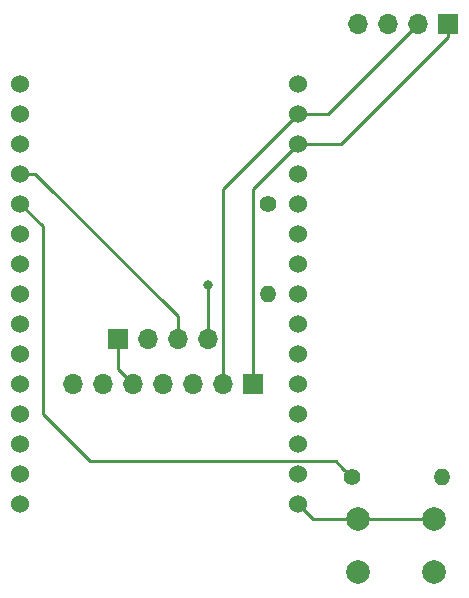
<source format=gbr>
G04 #@! TF.GenerationSoftware,KiCad,Pcbnew,5.0.2-bee76a0~70~ubuntu18.04.1*
G04 #@! TF.CreationDate,2020-05-13T09:36:55-07:00*
G04 #@! TF.ProjectId,pcb,7063622e-6b69-4636-9164-5f7063625858,rev?*
G04 #@! TF.SameCoordinates,Original*
G04 #@! TF.FileFunction,Copper,L2,Bot*
G04 #@! TF.FilePolarity,Positive*
%FSLAX46Y46*%
G04 Gerber Fmt 4.6, Leading zero omitted, Abs format (unit mm)*
G04 Created by KiCad (PCBNEW 5.0.2-bee76a0~70~ubuntu18.04.1) date Wed 13 May 2020 09:36:55 AM PDT*
%MOMM*%
%LPD*%
G01*
G04 APERTURE LIST*
G04 #@! TA.AperFunction,ComponentPad*
%ADD10C,1.524000*%
G04 #@! TD*
G04 #@! TA.AperFunction,ComponentPad*
%ADD11R,1.700000X1.700000*%
G04 #@! TD*
G04 #@! TA.AperFunction,ComponentPad*
%ADD12O,1.700000X1.700000*%
G04 #@! TD*
G04 #@! TA.AperFunction,ComponentPad*
%ADD13C,2.000000*%
G04 #@! TD*
G04 #@! TA.AperFunction,ComponentPad*
%ADD14C,1.400000*%
G04 #@! TD*
G04 #@! TA.AperFunction,ComponentPad*
%ADD15O,1.400000X1.400000*%
G04 #@! TD*
G04 #@! TA.AperFunction,ViaPad*
%ADD16C,0.800000*%
G04 #@! TD*
G04 #@! TA.AperFunction,Conductor*
%ADD17C,0.250000*%
G04 #@! TD*
G04 APERTURE END LIST*
D10*
G04 #@! TO.P,U1,1*
G04 #@! TO.N,Net-(U1-Pad1)*
X139065000Y-82550000D03*
G04 #@! TO.P,U1,2*
G04 #@! TO.N,Net-(U1-Pad2)*
X139065000Y-85090000D03*
G04 #@! TO.P,U1,3*
G04 #@! TO.N,Net-(U1-Pad3)*
X139065000Y-87630000D03*
G04 #@! TO.P,U1,4*
G04 #@! TO.N,Net-(R1-Pad2)*
X139065000Y-90170000D03*
G04 #@! TO.P,U1,5*
G04 #@! TO.N,Net-(R2-Pad1)*
X139065000Y-92710000D03*
G04 #@! TO.P,U1,6*
G04 #@! TO.N,Net-(U1-Pad6)*
X139065000Y-95250000D03*
G04 #@! TO.P,U1,7*
G04 #@! TO.N,Net-(U1-Pad7)*
X139065000Y-97790000D03*
G04 #@! TO.P,U1,8*
G04 #@! TO.N,Net-(U1-Pad8)*
X139065000Y-100330000D03*
G04 #@! TO.P,U1,9*
G04 #@! TO.N,Net-(U1-Pad9)*
X139065000Y-102870000D03*
G04 #@! TO.P,U1,10*
G04 #@! TO.N,GND*
X139065000Y-105410000D03*
G04 #@! TO.P,U1,11*
G04 #@! TO.N,3v3*
X139065000Y-107950000D03*
G04 #@! TO.P,U1,12*
G04 #@! TO.N,Net-(U1-Pad12)*
X139065000Y-110490000D03*
G04 #@! TO.P,U1,13*
G04 #@! TO.N,Net-(U1-Pad13)*
X139065000Y-113030000D03*
G04 #@! TO.P,U1,14*
G04 #@! TO.N,Net-(U1-Pad14)*
X139065000Y-115570000D03*
G04 #@! TO.P,U1,15*
G04 #@! TO.N,Net-(U1-Pad15)*
X139065000Y-118110000D03*
G04 #@! TO.P,U1,16*
G04 #@! TO.N,3v3*
X162560000Y-118110000D03*
G04 #@! TO.P,U1,17*
G04 #@! TO.N,GND*
X162560000Y-115570000D03*
G04 #@! TO.P,U1,18*
G04 #@! TO.N,Net-(U1-Pad18)*
X162560000Y-113030000D03*
G04 #@! TO.P,U1,19*
G04 #@! TO.N,Net-(U1-Pad19)*
X162560000Y-110490000D03*
G04 #@! TO.P,U1,20*
G04 #@! TO.N,Net-(U1-Pad20)*
X162560000Y-107950000D03*
G04 #@! TO.P,U1,21*
G04 #@! TO.N,Net-(U1-Pad21)*
X162560000Y-105410000D03*
G04 #@! TO.P,U1,22*
G04 #@! TO.N,Net-(U1-Pad22)*
X162560000Y-102870000D03*
G04 #@! TO.P,U1,23*
G04 #@! TO.N,Net-(U1-Pad23)*
X162560000Y-100330000D03*
G04 #@! TO.P,U1,24*
G04 #@! TO.N,GND*
X162560000Y-97790000D03*
G04 #@! TO.P,U1,25*
G04 #@! TO.N,3v3*
X162560000Y-95250000D03*
G04 #@! TO.P,U1,26*
G04 #@! TO.N,Net-(U1-Pad26)*
X162560000Y-92710000D03*
G04 #@! TO.P,U1,27*
G04 #@! TO.N,Net-(U1-Pad27)*
X162560000Y-90170000D03*
G04 #@! TO.P,U1,28*
G04 #@! TO.N,SDA*
X162560000Y-87630000D03*
G04 #@! TO.P,U1,29*
G04 #@! TO.N,SCL*
X162560000Y-85090000D03*
G04 #@! TO.P,U1,30*
G04 #@! TO.N,Net-(U1-Pad30)*
X162560000Y-82550000D03*
G04 #@! TD*
D11*
G04 #@! TO.P,U3,1*
G04 #@! TO.N,SDA*
X175260000Y-77470000D03*
D12*
G04 #@! TO.P,U3,2*
G04 #@! TO.N,SCL*
X172720000Y-77470000D03*
G04 #@! TO.P,U3,3*
G04 #@! TO.N,3v3*
X170180000Y-77470000D03*
G04 #@! TO.P,U3,4*
G04 #@! TO.N,GND*
X167640000Y-77470000D03*
G04 #@! TD*
D13*
G04 #@! TO.P,SW1,2*
G04 #@! TO.N,Net-(R2-Pad1)*
X167640000Y-123880000D03*
G04 #@! TO.P,SW1,1*
G04 #@! TO.N,3v3*
X167640000Y-119380000D03*
G04 #@! TO.P,SW1,2*
G04 #@! TO.N,Net-(R2-Pad1)*
X174140000Y-123880000D03*
G04 #@! TO.P,SW1,1*
G04 #@! TO.N,3v3*
X174140000Y-119380000D03*
G04 #@! TD*
D14*
G04 #@! TO.P,R2,1*
G04 #@! TO.N,Net-(R2-Pad1)*
X167132000Y-115824000D03*
D15*
G04 #@! TO.P,R2,2*
G04 #@! TO.N,GND*
X174752000Y-115824000D03*
G04 #@! TD*
D12*
G04 #@! TO.P,U4,7*
G04 #@! TO.N,3v3*
X143510000Y-107950000D03*
G04 #@! TO.P,U4,6*
G04 #@! TO.N,Net-(U4-Pad6)*
X146050000Y-107950000D03*
G04 #@! TO.P,U4,5*
G04 #@! TO.N,GND*
X148590000Y-107950000D03*
G04 #@! TO.P,U4,4*
G04 #@! TO.N,Net-(U4-Pad4)*
X151130000Y-107950000D03*
G04 #@! TO.P,U4,3*
G04 #@! TO.N,Net-(U4-Pad3)*
X153670000Y-107950000D03*
G04 #@! TO.P,U4,2*
G04 #@! TO.N,SCL*
X156210000Y-107950000D03*
D11*
G04 #@! TO.P,U4,1*
G04 #@! TO.N,SDA*
X158750000Y-107950000D03*
G04 #@! TD*
D15*
G04 #@! TO.P,R1,2*
G04 #@! TO.N,Net-(R1-Pad2)*
X160020000Y-100330000D03*
D14*
G04 #@! TO.P,R1,1*
G04 #@! TO.N,3v3*
X160020000Y-92710000D03*
G04 #@! TD*
D12*
G04 #@! TO.P,U2,4*
G04 #@! TO.N,3v3*
X154940000Y-104140000D03*
G04 #@! TO.P,U2,3*
G04 #@! TO.N,Net-(R1-Pad2)*
X152400000Y-104140000D03*
G04 #@! TO.P,U2,2*
G04 #@! TO.N,Net-(U2-Pad2)*
X149860000Y-104140000D03*
D11*
G04 #@! TO.P,U2,1*
G04 #@! TO.N,GND*
X147320000Y-104140000D03*
G04 #@! TD*
D16*
G04 #@! TO.N,3v3*
X154940000Y-99568000D03*
G04 #@! TD*
D17*
G04 #@! TO.N,SDA*
X163637630Y-87630000D02*
X162560000Y-87630000D01*
X166200000Y-87630000D02*
X163637630Y-87630000D01*
X175260000Y-78570000D02*
X166200000Y-87630000D01*
X175260000Y-77470000D02*
X175260000Y-78570000D01*
X158750000Y-91440000D02*
X158750000Y-107950000D01*
X162560000Y-87630000D02*
X158750000Y-91440000D01*
G04 #@! TO.N,SCL*
X165100000Y-85090000D02*
X162560000Y-85090000D01*
X172720000Y-77470000D02*
X165100000Y-85090000D01*
X156210000Y-91440000D02*
X156210000Y-107950000D01*
X162560000Y-85090000D02*
X156210000Y-91440000D01*
G04 #@! TO.N,3v3*
X154940000Y-99568000D02*
X154940000Y-104140000D01*
X163830000Y-119380000D02*
X162560000Y-118110000D01*
X167640000Y-119380000D02*
X163830000Y-119380000D01*
X174140000Y-119380000D02*
X167640000Y-119380000D01*
G04 #@! TO.N,GND*
X147320000Y-106680000D02*
X148590000Y-107950000D01*
X147320000Y-104140000D02*
X147320000Y-106680000D01*
G04 #@! TO.N,Net-(R1-Pad2)*
X152400000Y-104140000D02*
X152400000Y-102235000D01*
X140335000Y-90170000D02*
X139065000Y-90170000D01*
X152400000Y-102235000D02*
X140335000Y-90170000D01*
G04 #@! TO.N,Net-(R2-Pad1)*
X166432001Y-115124001D02*
X167132000Y-115824000D01*
X165790999Y-114482999D02*
X166432001Y-115124001D01*
X144962999Y-114482999D02*
X165790999Y-114482999D01*
X140970000Y-110490000D02*
X144962999Y-114482999D01*
X139065000Y-92710000D02*
X140970000Y-94615000D01*
X140970000Y-94615000D02*
X140970000Y-110490000D01*
G04 #@! TD*
M02*

</source>
